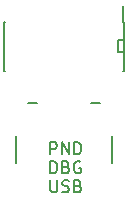
<source format=gbr>
G04 #@! TF.FileFunction,Legend,Top*
%FSLAX46Y46*%
G04 Gerber Fmt 4.6, Leading zero omitted, Abs format (unit mm)*
G04 Created by KiCad (PCBNEW 4.0.2-stable) date Thu 21 Apr 2016 02:04:47 AM EEST*
%MOMM*%
G01*
G04 APERTURE LIST*
%ADD10C,0.100000*%
%ADD11C,0.200000*%
%ADD12C,0.150000*%
G04 APERTURE END LIST*
D10*
D11*
X156210000Y-105664000D02*
X156210000Y-106680000D01*
X155702000Y-106680000D02*
X156210000Y-106680000D01*
X155702000Y-105664000D02*
X155702000Y-106680000D01*
X156210000Y-105664000D02*
X155702000Y-105664000D01*
X149971286Y-115311381D02*
X149971286Y-114311381D01*
X150352239Y-114311381D01*
X150447477Y-114359000D01*
X150495096Y-114406619D01*
X150542715Y-114501857D01*
X150542715Y-114644714D01*
X150495096Y-114739952D01*
X150447477Y-114787571D01*
X150352239Y-114835190D01*
X149971286Y-114835190D01*
X150971286Y-115311381D02*
X150971286Y-114311381D01*
X151542715Y-115311381D01*
X151542715Y-114311381D01*
X152018905Y-115311381D02*
X152018905Y-114311381D01*
X152257000Y-114311381D01*
X152399858Y-114359000D01*
X152495096Y-114454238D01*
X152542715Y-114549476D01*
X152590334Y-114739952D01*
X152590334Y-114882810D01*
X152542715Y-115073286D01*
X152495096Y-115168524D01*
X152399858Y-115263762D01*
X152257000Y-115311381D01*
X152018905Y-115311381D01*
X149995095Y-116911381D02*
X149995095Y-115911381D01*
X150233190Y-115911381D01*
X150376048Y-115959000D01*
X150471286Y-116054238D01*
X150518905Y-116149476D01*
X150566524Y-116339952D01*
X150566524Y-116482810D01*
X150518905Y-116673286D01*
X150471286Y-116768524D01*
X150376048Y-116863762D01*
X150233190Y-116911381D01*
X149995095Y-116911381D01*
X151328429Y-116387571D02*
X151471286Y-116435190D01*
X151518905Y-116482810D01*
X151566524Y-116578048D01*
X151566524Y-116720905D01*
X151518905Y-116816143D01*
X151471286Y-116863762D01*
X151376048Y-116911381D01*
X150995095Y-116911381D01*
X150995095Y-115911381D01*
X151328429Y-115911381D01*
X151423667Y-115959000D01*
X151471286Y-116006619D01*
X151518905Y-116101857D01*
X151518905Y-116197095D01*
X151471286Y-116292333D01*
X151423667Y-116339952D01*
X151328429Y-116387571D01*
X150995095Y-116387571D01*
X152518905Y-115959000D02*
X152423667Y-115911381D01*
X152280810Y-115911381D01*
X152137952Y-115959000D01*
X152042714Y-116054238D01*
X151995095Y-116149476D01*
X151947476Y-116339952D01*
X151947476Y-116482810D01*
X151995095Y-116673286D01*
X152042714Y-116768524D01*
X152137952Y-116863762D01*
X152280810Y-116911381D01*
X152376048Y-116911381D01*
X152518905Y-116863762D01*
X152566524Y-116816143D01*
X152566524Y-116482810D01*
X152376048Y-116482810D01*
X149995095Y-117511381D02*
X149995095Y-118320905D01*
X150042714Y-118416143D01*
X150090333Y-118463762D01*
X150185571Y-118511381D01*
X150376048Y-118511381D01*
X150471286Y-118463762D01*
X150518905Y-118416143D01*
X150566524Y-118320905D01*
X150566524Y-117511381D01*
X150995095Y-118463762D02*
X151137952Y-118511381D01*
X151376048Y-118511381D01*
X151471286Y-118463762D01*
X151518905Y-118416143D01*
X151566524Y-118320905D01*
X151566524Y-118225667D01*
X151518905Y-118130429D01*
X151471286Y-118082810D01*
X151376048Y-118035190D01*
X151185571Y-117987571D01*
X151090333Y-117939952D01*
X151042714Y-117892333D01*
X150995095Y-117797095D01*
X150995095Y-117701857D01*
X151042714Y-117606619D01*
X151090333Y-117559000D01*
X151185571Y-117511381D01*
X151423667Y-117511381D01*
X151566524Y-117559000D01*
X152328429Y-117987571D02*
X152471286Y-118035190D01*
X152518905Y-118082810D01*
X152566524Y-118178048D01*
X152566524Y-118320905D01*
X152518905Y-118416143D01*
X152471286Y-118463762D01*
X152376048Y-118511381D01*
X151995095Y-118511381D01*
X151995095Y-117511381D01*
X152328429Y-117511381D01*
X152423667Y-117559000D01*
X152471286Y-117606619D01*
X152518905Y-117701857D01*
X152518905Y-117797095D01*
X152471286Y-117892333D01*
X152423667Y-117939952D01*
X152328429Y-117987571D01*
X151995095Y-117987571D01*
D12*
X153416000Y-110998000D02*
X154178000Y-110998000D01*
X148082000Y-110998000D02*
X148844000Y-110998000D01*
X147066000Y-116078000D02*
X147066000Y-113792000D01*
X155194000Y-116078000D02*
X155194000Y-113792000D01*
X156205000Y-104097000D02*
X156100000Y-104097000D01*
X156205000Y-108247000D02*
X156100000Y-108247000D01*
X146055000Y-108247000D02*
X146160000Y-108247000D01*
X146055000Y-104097000D02*
X146160000Y-104097000D01*
X156205000Y-104097000D02*
X156205000Y-108247000D01*
X146055000Y-104097000D02*
X146055000Y-108247000D01*
X156100000Y-104097000D02*
X156100000Y-102722000D01*
M02*

</source>
